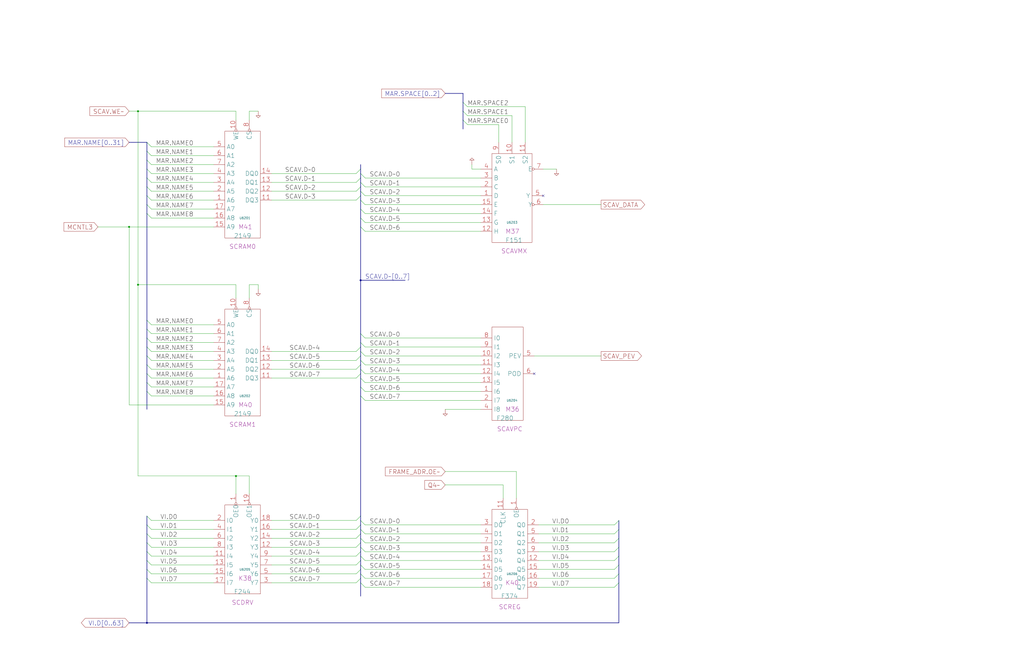
<source format=kicad_sch>
(kicad_sch (version 20211123) (generator eeschema)
  (paper "User" 584.2 378.46)
  (title_block (title "SCAVENGER") (date "20-MAR-90") (rev "1.0") (comment 1 "FIU") (comment 2 "232-003065") (comment 3 "S400") (comment 4 "RELEASED"))
  (lib_symbols
    (symbol "r1000:2149" (pin_names (offset 1.016))
      (property "Reference" "U" (at 2.54 5.08 0))
      (property "Value" "2149" (at -3.81 -5.08 0))
      (property "Location" "___" (at -1.27 0 0))
      (property "Name" "______" (at 1.27 -12.7 0))
      (symbol "2149_1_1"
        (rectangle (start -8.89 54.61) (end 11.43 -6.35))
        (circle (center -2.54 55.245) (radius 0.635))
        (circle (center 5.08 55.245) (radius 0.635))
        (pin input line (at -15.24 15.24 0) (length 6.35) (name "A6") (number "1"))
        (pin input line (at -2.54 60.96 270) (length 5.08) (name "WE") (number "10"))
        (pin tri_state line (at 17.78 15.24 180) (length 6.35) (name "DQ3") (number "11"))
        (pin tri_state line (at 17.78 20.32 180) (length 6.35) (name "DQ2") (number "12"))
        (pin tri_state line (at 17.78 25.4 180) (length 6.35) (name "DQ1") (number "13"))
        (pin tri_state line (at 17.78 30.48 180) (length 6.35) (name "DQ0") (number "14"))
        (pin input line (at -15.24 0 0) (length 6.35) (name "A9") (number "15"))
        (pin input line (at -15.24 5.08 0) (length 6.35) (name "A8") (number "16"))
        (pin input line (at -15.24 10.16 0) (length 6.35) (name "A7") (number "17"))
        (pin input line (at -15.24 20.32 0) (length 6.35) (name "A5") (number "2"))
        (pin input line (at -15.24 25.4 0) (length 6.35) (name "A4") (number "3"))
        (pin input line (at -15.24 30.48 0) (length 6.35) (name "A3") (number "4"))
        (pin input line (at -15.24 45.72 0) (length 6.35) (name "A0") (number "5"))
        (pin input line (at -15.24 40.64 0) (length 6.35) (name "A1") (number "6"))
        (pin input line (at -15.24 35.56 0) (length 6.35) (name "A2") (number "7"))
        (pin input line (at 5.08 60.96 270) (length 5.08) (name "CS") (number "8"))
      )
    )
    (symbol "r1000:F151" (pin_names (offset 1.016))
      (property "Reference" "U" (at 2.54 5.08 0))
      (property "Value" "F151" (at -1.27 -5.08 0))
      (property "Location" "___" (at -1.27 0 0))
      (property "Name" "______" (at 3.81 -12.7 0))
      (symbol "F151_1_1"
        (rectangle (start -8.89 44.45) (end 13.97 -6.35))
        (circle (center 14.605 15.24) (radius 0.635))
        (circle (center 14.605 35.56) (radius 0.635))
        (pin input line (at -15.24 20.32 0) (length 6.35) (name "D") (number "1"))
        (pin input line (at 2.54 50.8 270) (length 6.35) (name "S1") (number "10"))
        (pin input line (at 10.16 50.8 270) (length 6.35) (name "S2") (number "11"))
        (pin input line (at -15.24 0 0) (length 6.35) (name "H") (number "12"))
        (pin input line (at -15.24 5.08 0) (length 6.35) (name "G") (number "13"))
        (pin input line (at -15.24 10.16 0) (length 6.35) (name "F") (number "14"))
        (pin input line (at -15.24 15.24 0) (length 6.35) (name "E") (number "15"))
        (pin input line (at -15.24 25.4 0) (length 6.35) (name "C") (number "2"))
        (pin input line (at -15.24 30.48 0) (length 6.35) (name "B") (number "3"))
        (pin input line (at -15.24 35.56 0) (length 6.35) (name "A") (number "4"))
        (pin output line (at 20.32 20.32 180) (length 6.35) (name "Y") (number "5"))
        (pin output line (at 20.32 15.24 180) (length 5.08) (name "Y") (number "6"))
        (pin input line (at 20.32 35.56 180) (length 5.08) (name "E") (number "7"))
        (pin input line (at -5.08 50.8 270) (length 6.35) (name "S0") (number "9"))
      )
    )
    (symbol "r1000:F244" (pin_names (offset 1.016))
      (property "Reference" "U" (at 2.54 5.08 0))
      (property "Value" "F244" (at -3.81 -7.62 0))
      (property "Location" "___" (at -1.27 0 0))
      (property "Name" "______" (at 1.27 -15.24 0))
      (symbol "F244_1_1"
        (rectangle (start -8.89 41.91) (end 11.43 -8.89))
        (circle (center -2.54 42.545) (radius 0.635))
        (circle (center 5.08 42.545) (radius 0.635))
        (pin input line (at -2.54 48.26 270) (length 5.08) (name "OE0") (number "1"))
        (pin input line (at -15.24 12.7 0) (length 6.35) (name "I4") (number "11"))
        (pin tri_state line (at 17.78 17.78 180) (length 6.35) (name "Y3") (number "12"))
        (pin input line (at -15.24 7.62 0) (length 6.35) (name "I5") (number "13"))
        (pin tri_state line (at 17.78 22.86 180) (length 6.35) (name "Y2") (number "14"))
        (pin input line (at -15.24 2.54 0) (length 6.35) (name "I6") (number "15"))
        (pin tri_state line (at 17.78 27.94 180) (length 6.35) (name "Y1") (number "16"))
        (pin input line (at -15.24 -2.54 0) (length 6.35) (name "I7") (number "17"))
        (pin tri_state line (at 17.78 33.02 180) (length 6.35) (name "Y0") (number "18"))
        (pin input line (at 5.08 48.26 270) (length 5.08) (name "OE1") (number "19"))
        (pin input line (at -15.24 33.02 0) (length 6.35) (name "I0") (number "2"))
        (pin tri_state line (at 17.78 -2.54 180) (length 6.35) (name "Y7") (number "3"))
        (pin input line (at -15.24 27.94 0) (length 6.35) (name "I1") (number "4"))
        (pin tri_state line (at 17.78 2.54 180) (length 6.35) (name "Y6") (number "5"))
        (pin input line (at -15.24 22.86 0) (length 6.35) (name "I2") (number "6"))
        (pin tri_state line (at 17.78 7.62 180) (length 6.35) (name "Y5") (number "7"))
        (pin input line (at -15.24 17.78 0) (length 6.35) (name "I3") (number "8"))
        (pin tri_state line (at 17.78 12.7 180) (length 6.35) (name "Y4") (number "9"))
      )
    )
    (symbol "r1000:F280" (pin_names (offset 1.016))
      (property "Reference" "U" (at 2.54 5.08 0))
      (property "Value" "F280" (at -6.35 -5.08 0))
      (property "Location" "___" (at -1.27 0 0))
      (property "Name" "______" (at 1.27 -12.7 0))
      (symbol "F280_1_1"
        (rectangle (start -8.89 46.99) (end 8.89 -6.35))
        (pin input line (at -15.24 10.16 0) (length 6.35) (name "I6") (number "1"))
        (pin input line (at -15.24 30.48 0) (length 6.35) (name "I2") (number "10"))
        (pin input line (at -15.24 25.4 0) (length 6.35) (name "I3") (number "11"))
        (pin input line (at -15.24 20.32 0) (length 6.35) (name "I4") (number "12"))
        (pin input line (at -15.24 15.24 0) (length 6.35) (name "I5") (number "13"))
        (pin input line (at -15.24 5.08 0) (length 6.35) (name "I7") (number "2"))
        (pin input line (at -15.24 0 0) (length 6.35) (name "I8") (number "4"))
        (pin output line (at 15.24 30.48 180) (length 6.35) (name "PEV") (number "5"))
        (pin output line (at 15.24 20.32 180) (length 6.35) (name "POD") (number "6"))
        (pin input line (at -15.24 40.64 0) (length 6.35) (name "I0") (number "8"))
        (pin input line (at -15.24 35.56 0) (length 6.35) (name "I1") (number "9"))
      )
    )
    (symbol "r1000:F374" (pin_names (offset 1.016))
      (property "Reference" "U" (at 2.54 5.08 0))
      (property "Value" "F374" (at -3.81 -7.62 0))
      (property "Location" "___" (at -1.27 0 0))
      (property "Name" "______" (at 1.27 -15.24 0))
      (symbol "F374_1_1"
        (rectangle (start -8.89 41.91) (end 11.43 -8.89))
        (circle (center 5.08 42.545) (radius 0.635))
        (pin input line (at 5.08 48.26 270) (length 5.08) (name "OE") (number "1"))
        (pin input line (at -2.54 48.26 270) (length 6.35) (name "CLK") (number "11"))
        (pin tri_state line (at 17.78 12.7 180) (length 6.35) (name "Q4") (number "12"))
        (pin input line (at -15.24 12.7 0) (length 6.35) (name "D4") (number "13"))
        (pin input line (at -15.24 7.62 0) (length 6.35) (name "D5") (number "14"))
        (pin tri_state line (at 17.78 7.62 180) (length 6.35) (name "Q5") (number "15"))
        (pin tri_state line (at 17.78 2.54 180) (length 6.35) (name "Q6") (number "16"))
        (pin input line (at -15.24 2.54 0) (length 6.35) (name "D6") (number "17"))
        (pin input line (at -15.24 -2.54 0) (length 6.35) (name "D7") (number "18"))
        (pin tri_state line (at 17.78 -2.54 180) (length 6.35) (name "Q7") (number "19"))
        (pin tri_state line (at 17.78 33.02 180) (length 6.35) (name "Q0") (number "2"))
        (pin input line (at -15.24 33.02 0) (length 6.35) (name "D0") (number "3"))
        (pin input line (at -15.24 27.94 0) (length 6.35) (name "D1") (number "4"))
        (pin tri_state line (at 17.78 27.94 180) (length 6.35) (name "Q1") (number "5"))
        (pin tri_state line (at 17.78 22.86 180) (length 6.35) (name "Q2") (number "6"))
        (pin input line (at -15.24 22.86 0) (length 6.35) (name "D2") (number "7"))
        (pin input line (at -15.24 17.78 0) (length 6.35) (name "D3") (number "8"))
        (pin tri_state line (at 17.78 17.78 180) (length 6.35) (name "Q3") (number "9"))
      )
    )
    (symbol "r1000:PD" (power) (pin_numbers hide) (pin_names hide) (in_bom no)
      (symbol "PD_0_1"
        (polyline (pts (xy 0 -2.54) (xy 1.27 -2.54) (xy 0 -3.81) (xy -1.27 -2.54) (xy 0 -2.54)) (stroke (width 0.1524)))
      )
      (symbol "PD_1_1"
        (pin power_in line (at 0 0 270) (length 2.54) (name "PD") (number "1"))
      )
    )
    (symbol "r1000:PU" (power) (pin_numbers hide) (pin_names hide)
      (symbol "PU_0_1"
        (polyline (pts (xy 0 2.54) (xy -1.27 2.54) (xy 0 3.81) (xy 1.27 2.54) (xy 0 2.54)) (stroke (width 0.1524)))
      )
      (symbol "PU_1_1"
        (pin power_in line (at 0 0 90) (length 2.54) (name "PU") (number "1"))
      )
    )
  )
  (bus (pts (xy 205.74 101.6) (xy 205.74 104.14)))
  (bus (pts (xy 205.74 104.14) (xy 205.74 106.68)))
  (bus (pts (xy 205.74 106.68) (xy 205.74 109.22)))
  (bus (pts (xy 205.74 109.22) (xy 205.74 111.76)))
  (bus (pts (xy 205.74 111.76) (xy 205.74 114.3)))
  (bus (pts (xy 205.74 114.3) (xy 205.74 119.38)))
  (bus (pts (xy 205.74 119.38) (xy 205.74 124.46)))
  (bus (pts (xy 205.74 124.46) (xy 205.74 129.54)))
  (bus (pts (xy 205.74 129.54) (xy 205.74 160.02)))
  (bus (pts (xy 205.74 160.02) (xy 205.74 190.5)))
  (bus (pts (xy 205.74 160.02) (xy 231.14 160.02)))
  (bus (pts (xy 205.74 190.5) (xy 205.74 195.58)))
  (bus (pts (xy 205.74 195.58) (xy 205.74 198.12)))
  (bus (pts (xy 205.74 198.12) (xy 205.74 200.66)))
  (bus (pts (xy 205.74 200.66) (xy 205.74 203.2)))
  (bus (pts (xy 205.74 203.2) (xy 205.74 205.74)))
  (bus (pts (xy 205.74 205.74) (xy 205.74 208.28)))
  (bus (pts (xy 205.74 208.28) (xy 205.74 210.82)))
  (bus (pts (xy 205.74 210.82) (xy 205.74 213.36)))
  (bus (pts (xy 205.74 213.36) (xy 205.74 215.9)))
  (bus (pts (xy 205.74 215.9) (xy 205.74 220.98)))
  (bus (pts (xy 205.74 220.98) (xy 205.74 226.06)))
  (bus (pts (xy 205.74 226.06) (xy 205.74 294.64)))
  (bus (pts (xy 205.74 294.64) (xy 205.74 297.18)))
  (bus (pts (xy 205.74 297.18) (xy 205.74 299.72)))
  (bus (pts (xy 205.74 299.72) (xy 205.74 302.26)))
  (bus (pts (xy 205.74 302.26) (xy 205.74 304.8)))
  (bus (pts (xy 205.74 304.8) (xy 205.74 307.34)))
  (bus (pts (xy 205.74 307.34) (xy 205.74 309.88)))
  (bus (pts (xy 205.74 309.88) (xy 205.74 312.42)))
  (bus (pts (xy 205.74 312.42) (xy 205.74 314.96)))
  (bus (pts (xy 205.74 314.96) (xy 205.74 317.5)))
  (bus (pts (xy 205.74 317.5) (xy 205.74 320.04)))
  (bus (pts (xy 205.74 320.04) (xy 205.74 322.58)))
  (bus (pts (xy 205.74 322.58) (xy 205.74 325.12)))
  (bus (pts (xy 205.74 325.12) (xy 205.74 327.66)))
  (bus (pts (xy 205.74 327.66) (xy 205.74 330.2)))
  (bus (pts (xy 205.74 330.2) (xy 205.74 332.74)))
  (bus (pts (xy 205.74 332.74) (xy 205.74 340.36)))
  (bus (pts (xy 205.74 93.98) (xy 205.74 96.52)))
  (bus (pts (xy 205.74 96.52) (xy 205.74 99.06)))
  (bus (pts (xy 205.74 99.06) (xy 205.74 101.6)))
  (bus (pts (xy 254 53.34) (xy 264.16 53.34)))
  (bus (pts (xy 264.16 53.34) (xy 264.16 58.42)))
  (bus (pts (xy 264.16 58.42) (xy 264.16 63.5)))
  (bus (pts (xy 264.16 63.5) (xy 264.16 68.58)))
  (bus (pts (xy 264.16 68.58) (xy 264.16 73.66)))
  (bus (pts (xy 353.06 297.18) (xy 353.06 302.26)))
  (bus (pts (xy 353.06 302.26) (xy 353.06 307.34)))
  (bus (pts (xy 353.06 307.34) (xy 353.06 312.42)))
  (bus (pts (xy 353.06 312.42) (xy 353.06 317.5)))
  (bus (pts (xy 353.06 317.5) (xy 353.06 322.58)))
  (bus (pts (xy 353.06 322.58) (xy 353.06 327.66)))
  (bus (pts (xy 353.06 327.66) (xy 353.06 332.74)))
  (bus (pts (xy 353.06 332.74) (xy 353.06 355.6)))
  (bus (pts (xy 73.66 355.6) (xy 83.82 355.6)))
  (bus (pts (xy 73.66 81.28) (xy 83.82 81.28)))
  (bus (pts (xy 83.82 101.6) (xy 83.82 106.68)))
  (bus (pts (xy 83.82 106.68) (xy 83.82 111.76)))
  (bus (pts (xy 83.82 111.76) (xy 83.82 116.84)))
  (bus (pts (xy 83.82 116.84) (xy 83.82 121.92)))
  (bus (pts (xy 83.82 121.92) (xy 83.82 182.88)))
  (bus (pts (xy 83.82 182.88) (xy 83.82 187.96)))
  (bus (pts (xy 83.82 187.96) (xy 83.82 193.04)))
  (bus (pts (xy 83.82 193.04) (xy 83.82 198.12)))
  (bus (pts (xy 83.82 198.12) (xy 83.82 203.2)))
  (bus (pts (xy 83.82 203.2) (xy 83.82 208.28)))
  (bus (pts (xy 83.82 208.28) (xy 83.82 213.36)))
  (bus (pts (xy 83.82 213.36) (xy 83.82 218.44)))
  (bus (pts (xy 83.82 218.44) (xy 83.82 223.52)))
  (bus (pts (xy 83.82 223.52) (xy 83.82 233.68)))
  (bus (pts (xy 83.82 294.64) (xy 83.82 299.72)))
  (bus (pts (xy 83.82 299.72) (xy 83.82 304.8)))
  (bus (pts (xy 83.82 304.8) (xy 83.82 309.88)))
  (bus (pts (xy 83.82 309.88) (xy 83.82 314.96)))
  (bus (pts (xy 83.82 314.96) (xy 83.82 320.04)))
  (bus (pts (xy 83.82 320.04) (xy 83.82 325.12)))
  (bus (pts (xy 83.82 325.12) (xy 83.82 330.2)))
  (bus (pts (xy 83.82 330.2) (xy 83.82 355.6)))
  (bus (pts (xy 83.82 355.6) (xy 353.06 355.6)))
  (bus (pts (xy 83.82 81.28) (xy 83.82 86.36)))
  (bus (pts (xy 83.82 86.36) (xy 83.82 91.44)))
  (bus (pts (xy 83.82 91.44) (xy 83.82 96.52)))
  (bus (pts (xy 83.82 96.52) (xy 83.82 101.6)))
  (wire (pts (xy 134.62 170.18) (xy 134.62 162.56)))
  (wire (pts (xy 134.62 271.78) (xy 134.62 281.94)))
  (wire (pts (xy 134.62 271.78) (xy 78.74 271.78)))
  (wire (pts (xy 134.62 68.58) (xy 134.62 63.5)))
  (wire (pts (xy 142.24 162.56) (xy 147.32 162.56)))
  (wire (pts (xy 142.24 170.18) (xy 142.24 162.56)))
  (wire (pts (xy 142.24 271.78) (xy 134.62 271.78)))
  (wire (pts (xy 142.24 281.94) (xy 142.24 271.78)))
  (wire (pts (xy 142.24 63.5) (xy 147.32 63.5)))
  (wire (pts (xy 142.24 68.58) (xy 142.24 63.5)))
  (wire (pts (xy 147.32 162.56) (xy 147.32 165.1)))
  (wire (pts (xy 154.94 104.14) (xy 203.2 104.14)))
  (wire (pts (xy 154.94 109.22) (xy 203.2 109.22)))
  (wire (pts (xy 154.94 114.3) (xy 203.2 114.3)))
  (wire (pts (xy 154.94 200.66) (xy 203.2 200.66)))
  (wire (pts (xy 154.94 205.74) (xy 203.2 205.74)))
  (wire (pts (xy 154.94 210.82) (xy 203.2 210.82)))
  (wire (pts (xy 154.94 215.9) (xy 203.2 215.9)))
  (wire (pts (xy 154.94 297.18) (xy 203.2 297.18)))
  (wire (pts (xy 154.94 302.26) (xy 203.2 302.26)))
  (wire (pts (xy 154.94 307.34) (xy 203.2 307.34)))
  (wire (pts (xy 154.94 312.42) (xy 203.2 312.42)))
  (wire (pts (xy 154.94 317.5) (xy 203.2 317.5)))
  (wire (pts (xy 154.94 322.58) (xy 203.2 322.58)))
  (wire (pts (xy 154.94 327.66) (xy 203.2 327.66)))
  (wire (pts (xy 154.94 332.74) (xy 203.2 332.74)))
  (wire (pts (xy 154.94 99.06) (xy 203.2 99.06)))
  (wire (pts (xy 208.28 101.6) (xy 274.32 101.6)))
  (wire (pts (xy 208.28 106.68) (xy 274.32 106.68)))
  (wire (pts (xy 208.28 111.76) (xy 274.32 111.76)))
  (wire (pts (xy 208.28 116.84) (xy 274.32 116.84)))
  (wire (pts (xy 208.28 121.92) (xy 274.32 121.92)))
  (wire (pts (xy 208.28 127) (xy 274.32 127)))
  (wire (pts (xy 208.28 132.08) (xy 274.32 132.08)))
  (wire (pts (xy 208.28 193.04) (xy 274.32 193.04)))
  (wire (pts (xy 208.28 198.12) (xy 274.32 198.12)))
  (wire (pts (xy 208.28 203.2) (xy 274.32 203.2)))
  (wire (pts (xy 208.28 208.28) (xy 274.32 208.28)))
  (wire (pts (xy 208.28 213.36) (xy 274.32 213.36)))
  (wire (pts (xy 208.28 218.44) (xy 274.32 218.44)))
  (wire (pts (xy 208.28 223.52) (xy 274.32 223.52)))
  (wire (pts (xy 208.28 228.6) (xy 274.32 228.6)))
  (wire (pts (xy 208.28 299.72) (xy 274.32 299.72)))
  (wire (pts (xy 208.28 304.8) (xy 274.32 304.8)))
  (wire (pts (xy 208.28 309.88) (xy 274.32 309.88)))
  (wire (pts (xy 208.28 314.96) (xy 274.32 314.96)))
  (wire (pts (xy 208.28 320.04) (xy 274.32 320.04)))
  (wire (pts (xy 208.28 325.12) (xy 274.32 325.12)))
  (wire (pts (xy 208.28 330.2) (xy 274.32 330.2)))
  (wire (pts (xy 208.28 335.28) (xy 274.32 335.28)))
  (wire (pts (xy 254 233.68) (xy 274.32 233.68)))
  (wire (pts (xy 269.24 96.52) (xy 269.24 93.98)))
  (wire (pts (xy 274.32 96.52) (xy 269.24 96.52)))
  (wire (pts (xy 284.48 71.12) (xy 266.7 71.12)))
  (wire (pts (xy 284.48 81.28) (xy 284.48 71.12)))
  (wire (pts (xy 287.02 276.86) (xy 254 276.86)))
  (wire (pts (xy 287.02 284.48) (xy 287.02 276.86)))
  (wire (pts (xy 292.1 66.04) (xy 266.7 66.04)))
  (wire (pts (xy 292.1 81.28) (xy 292.1 66.04)))
  (wire (pts (xy 294.64 269.24) (xy 254 269.24)))
  (wire (pts (xy 294.64 284.48) (xy 294.64 269.24)))
  (wire (pts (xy 299.72 60.96) (xy 266.7 60.96)))
  (wire (pts (xy 299.72 81.28) (xy 299.72 60.96)))
  (wire (pts (xy 304.8 203.2) (xy 342.9 203.2)))
  (wire (pts (xy 307.34 299.72) (xy 350.52 299.72)))
  (wire (pts (xy 307.34 304.8) (xy 350.52 304.8)))
  (wire (pts (xy 307.34 309.88) (xy 350.52 309.88)))
  (wire (pts (xy 307.34 314.96) (xy 350.52 314.96)))
  (wire (pts (xy 307.34 320.04) (xy 350.52 320.04)))
  (wire (pts (xy 307.34 325.12) (xy 350.52 325.12)))
  (wire (pts (xy 307.34 330.2) (xy 350.52 330.2)))
  (wire (pts (xy 307.34 335.28) (xy 350.52 335.28)))
  (wire (pts (xy 309.88 116.84) (xy 342.9 116.84)))
  (wire (pts (xy 309.88 96.52) (xy 317.5 96.52)))
  (wire (pts (xy 55.88 129.54) (xy 73.66 129.54)))
  (wire (pts (xy 73.66 129.54) (xy 121.92 129.54)))
  (wire (pts (xy 73.66 129.54) (xy 73.66 231.14)))
  (wire (pts (xy 73.66 231.14) (xy 121.92 231.14)))
  (wire (pts (xy 73.66 63.5) (xy 78.74 63.5)))
  (wire (pts (xy 78.74 162.56) (xy 134.62 162.56)))
  (wire (pts (xy 78.74 271.78) (xy 78.74 162.56)))
  (wire (pts (xy 78.74 63.5) (xy 134.62 63.5)))
  (wire (pts (xy 78.74 63.5) (xy 78.74 162.56)))
  (wire (pts (xy 86.36 104.14) (xy 121.92 104.14)))
  (wire (pts (xy 86.36 109.22) (xy 121.92 109.22)))
  (wire (pts (xy 86.36 114.3) (xy 121.92 114.3)))
  (wire (pts (xy 86.36 119.38) (xy 121.92 119.38)))
  (wire (pts (xy 86.36 124.46) (xy 121.92 124.46)))
  (wire (pts (xy 86.36 185.42) (xy 121.92 185.42)))
  (wire (pts (xy 86.36 190.5) (xy 121.92 190.5)))
  (wire (pts (xy 86.36 195.58) (xy 121.92 195.58)))
  (wire (pts (xy 86.36 200.66) (xy 121.92 200.66)))
  (wire (pts (xy 86.36 205.74) (xy 121.92 205.74)))
  (wire (pts (xy 86.36 210.82) (xy 121.92 210.82)))
  (wire (pts (xy 86.36 215.9) (xy 121.92 215.9)))
  (wire (pts (xy 86.36 220.98) (xy 121.92 220.98)))
  (wire (pts (xy 86.36 226.06) (xy 121.92 226.06)))
  (wire (pts (xy 86.36 297.18) (xy 121.92 297.18)))
  (wire (pts (xy 86.36 302.26) (xy 121.92 302.26)))
  (wire (pts (xy 86.36 307.34) (xy 121.92 307.34)))
  (wire (pts (xy 86.36 312.42) (xy 121.92 312.42)))
  (wire (pts (xy 86.36 317.5) (xy 121.92 317.5)))
  (wire (pts (xy 86.36 322.58) (xy 121.92 322.58)))
  (wire (pts (xy 86.36 327.66) (xy 121.92 327.66)))
  (wire (pts (xy 86.36 332.74) (xy 121.92 332.74)))
  (wire (pts (xy 86.36 83.82) (xy 121.92 83.82)))
  (wire (pts (xy 86.36 88.9) (xy 121.92 88.9)))
  (wire (pts (xy 86.36 93.98) (xy 121.92 93.98)))
  (wire (pts (xy 86.36 99.06) (xy 121.92 99.06)))
  (global_label "MCNTL3" (shape input) (at 55.88 129.54 180) (effects (font (size 2.54 2.54))) (property "Intersheet References" "${INTERSHEET_REFS}" (at 36.5397 129.3813 0) (effects (font (size 2.54 2.54)) (justify right))))
  (global_label "SCAV.WE~" (shape input) (at 73.66 63.5 180) (effects (font (size 2.54 2.54))) (property "Intersheet References" "${INTERSHEET_REFS}" (at 51.2959 63.3413 0) (effects (font (size 2.54 2.54)) (justify right))))
  (global_label "MAR.NAME[0..31]" (shape input) (at 73.66 81.28 180) (effects (font (size 2.54 2.54))) (property "Intersheet References" "${INTERSHEET_REFS}" (at 36.9026 81.1213 0) (effects (font (size 2.54 2.54)) (justify right))))
  (junction (at 73.66 129.54))
  (global_label "VI.D[0..63]" (shape bidirectional) (at 73.66 355.6 180) (effects (font (size 2.54 2.54))) (property "Intersheet References" "${INTERSHEET_REFS}" (at 48.635 355.4413 0) (effects (font (size 2.54 2.54)) (justify right))))
  (junction (at 78.74 63.5))
  (junction (at 78.74 162.56))
  (bus_entry (at 83.82 81.28) (size 2.54 2.54))
  (bus_entry (at 83.82 86.36) (size 2.54 2.54))
  (bus_entry (at 83.82 91.44) (size 2.54 2.54))
  (bus_entry (at 83.82 96.52) (size 2.54 2.54))
  (bus_entry (at 83.82 101.6) (size 2.54 2.54))
  (bus_entry (at 83.82 106.68) (size 2.54 2.54))
  (bus_entry (at 83.82 111.76) (size 2.54 2.54))
  (bus_entry (at 83.82 116.84) (size 2.54 2.54))
  (bus_entry (at 83.82 121.92) (size 2.54 2.54))
  (bus_entry (at 83.82 182.88) (size 2.54 2.54))
  (bus_entry (at 83.82 187.96) (size 2.54 2.54))
  (bus_entry (at 83.82 193.04) (size 2.54 2.54))
  (bus_entry (at 83.82 198.12) (size 2.54 2.54))
  (bus_entry (at 83.82 203.2) (size 2.54 2.54))
  (bus_entry (at 83.82 208.28) (size 2.54 2.54))
  (bus_entry (at 83.82 213.36) (size 2.54 2.54))
  (bus_entry (at 83.82 218.44) (size 2.54 2.54))
  (bus_entry (at 83.82 223.52) (size 2.54 2.54))
  (bus_entry (at 83.82 294.64) (size 2.54 2.54))
  (bus_entry (at 83.82 299.72) (size 2.54 2.54))
  (bus_entry (at 83.82 304.8) (size 2.54 2.54))
  (bus_entry (at 83.82 309.88) (size 2.54 2.54))
  (bus_entry (at 83.82 314.96) (size 2.54 2.54))
  (bus_entry (at 83.82 320.04) (size 2.54 2.54))
  (bus_entry (at 83.82 325.12) (size 2.54 2.54))
  (bus_entry (at 83.82 330.2) (size 2.54 2.54))
  (junction (at 83.82 355.6))
  (label "MAR.NAME0" (at 88.9 83.82 0) (effects (font (size 2.54 2.54))))
  (label "MAR.NAME1" (at 88.9 88.9 0) (effects (font (size 2.54 2.54))))
  (label "MAR.NAME2" (at 88.9 93.98 0) (effects (font (size 2.54 2.54))))
  (label "MAR.NAME3" (at 88.9 99.06 0) (effects (font (size 2.54 2.54))))
  (label "MAR.NAME4" (at 88.9 104.14 0) (effects (font (size 2.54 2.54))))
  (label "MAR.NAME5" (at 88.9 109.22 0) (effects (font (size 2.54 2.54))))
  (label "MAR.NAME6" (at 88.9 114.3 0) (effects (font (size 2.54 2.54))))
  (label "MAR.NAME7" (at 88.9 119.38 0) (effects (font (size 2.54 2.54))))
  (label "MAR.NAME8" (at 88.9 124.46 0) (effects (font (size 2.54 2.54))))
  (label "MAR.NAME0" (at 88.9 185.42 0) (effects (font (size 2.54 2.54))))
  (label "MAR.NAME1" (at 88.9 190.5 0) (effects (font (size 2.54 2.54))))
  (label "MAR.NAME2" (at 88.9 195.58 0) (effects (font (size 2.54 2.54))))
  (label "MAR.NAME3" (at 88.9 200.66 0) (effects (font (size 2.54 2.54))))
  (label "MAR.NAME4" (at 88.9 205.74 0) (effects (font (size 2.54 2.54))))
  (label "MAR.NAME5" (at 88.9 210.82 0) (effects (font (size 2.54 2.54))))
  (label "MAR.NAME6" (at 88.9 215.9 0) (effects (font (size 2.54 2.54))))
  (label "MAR.NAME7" (at 88.9 220.98 0) (effects (font (size 2.54 2.54))))
  (label "MAR.NAME8" (at 88.9 226.06 0) (effects (font (size 2.54 2.54))))
  (label "VI.D0" (at 91.44 297.18 0) (effects (font (size 2.54 2.54))))
  (label "VI.D1" (at 91.44 302.26 0) (effects (font (size 2.54 2.54))))
  (label "VI.D2" (at 91.44 307.34 0) (effects (font (size 2.54 2.54))))
  (label "VI.D3" (at 91.44 312.42 0) (effects (font (size 2.54 2.54))))
  (label "VI.D4" (at 91.44 317.5 0) (effects (font (size 2.54 2.54))))
  (label "VI.D5" (at 91.44 322.58 0) (effects (font (size 2.54 2.54))))
  (label "VI.D6" (at 91.44 327.66 0) (effects (font (size 2.54 2.54))))
  (label "VI.D7" (at 91.44 332.74 0) (effects (font (size 2.54 2.54))))
  (junction (at 134.62 271.78))
  (symbol (lib_id "r1000:2149") (at 137.16 129.54 0) (unit 1)
    (property "Reference" "U6201" (at 139.7 124.46 0))
    (property "Value" "2149" (at 133.35 134.62 0) (effects (font (size 2.54 2.54)) (justify left)))
    (property "Location" "M41" (at 135.89 129.54 0) (effects (font (size 2.54 2.54)) (justify left)))
    (property "Name" "SCRAM0" (at 138.43 142.24 0) (effects (font (size 2.54 2.54)) (justify bottom)))
  )
  (symbol (lib_id "r1000:2149") (at 137.16 231.14 0) (unit 1)
    (property "Reference" "U6202" (at 139.7 226.06 0))
    (property "Value" "2149" (at 133.35 236.22 0) (effects (font (size 2.54 2.54)) (justify left)))
    (property "Location" "M40" (at 135.89 231.14 0) (effects (font (size 2.54 2.54)) (justify left)))
    (property "Name" "SCRAM1" (at 138.43 243.84 0) (effects (font (size 2.54 2.54)) (justify bottom)))
  )
  (symbol (lib_id "r1000:F244") (at 137.16 330.2 0) (unit 1)
    (property "Reference" "U6205" (at 139.7 325.12 0))
    (property "Value" "F244" (at 133.35 337.82 0) (effects (font (size 2.54 2.54)) (justify left)))
    (property "Location" "K38" (at 135.89 330.2 0) (effects (font (size 2.54 2.54)) (justify left)))
    (property "Name" "SCDRV" (at 138.43 345.44 0) (effects (font (size 2.54 2.54)) (justify bottom)))
  )
  (symbol (lib_id "r1000:PD") (at 147.32 63.5 0) (unit 1) (in_bom no)
    (property "Reference" "#PWR06201" (effects hide))
    (property "Value" "PD" (effects hide))
  )
  (symbol (lib_id "r1000:PD") (at 147.32 165.1 0) (unit 1) (in_bom no)
    (property "Reference" "#PWR06202" (effects hide))
    (property "Value" "PD" (effects hide))
  )
  (label "SCAV.D~0" (at 162.56 99.06 0) (effects (font (size 2.54 2.54))))
  (label "SCAV.D~1" (at 162.56 104.14 0) (effects (font (size 2.54 2.54))))
  (label "SCAV.D~2" (at 162.56 109.22 0) (effects (font (size 2.54 2.54))))
  (label "SCAV.D~3" (at 162.56 114.3 0) (effects (font (size 2.54 2.54))))
  (label "SCAV.D~4" (at 165.1 200.66 0) (effects (font (size 2.54 2.54))))
  (label "SCAV.D~5" (at 165.1 205.74 0) (effects (font (size 2.54 2.54))))
  (label "SCAV.D~6" (at 165.1 210.82 0) (effects (font (size 2.54 2.54))))
  (label "SCAV.D~7" (at 165.1 215.9 0) (effects (font (size 2.54 2.54))))
  (label "SCAV.D~0" (at 165.1 297.18 0) (effects (font (size 2.54 2.54))))
  (label "SCAV.D~1" (at 165.1 302.26 0) (effects (font (size 2.54 2.54))))
  (label "SCAV.D~2" (at 165.1 307.34 0) (effects (font (size 2.54 2.54))))
  (label "SCAV.D~3" (at 165.1 312.42 0) (effects (font (size 2.54 2.54))))
  (label "SCAV.D~4" (at 165.1 317.5 0) (effects (font (size 2.54 2.54))))
  (label "SCAV.D~5" (at 165.1 322.58 0) (effects (font (size 2.54 2.54))))
  (label "SCAV.D~6" (at 165.1 327.66 0) (effects (font (size 2.54 2.54))))
  (label "SCAV.D~7" (at 165.1 332.74 0) (effects (font (size 2.54 2.54))))
  (bus_entry (at 205.74 96.52) (size -2.54 2.54))
  (bus_entry (at 205.74 99.06) (size 2.54 2.54))
  (bus_entry (at 205.74 101.6) (size -2.54 2.54))
  (bus_entry (at 205.74 104.14) (size 2.54 2.54))
  (bus_entry (at 205.74 106.68) (size -2.54 2.54))
  (bus_entry (at 205.74 109.22) (size 2.54 2.54))
  (bus_entry (at 205.74 111.76) (size -2.54 2.54))
  (bus_entry (at 205.74 114.3) (size 2.54 2.54))
  (bus_entry (at 205.74 119.38) (size 2.54 2.54))
  (bus_entry (at 205.74 124.46) (size 2.54 2.54))
  (bus_entry (at 205.74 129.54) (size 2.54 2.54))
  (junction (at 205.74 160.02))
  (bus_entry (at 205.74 190.5) (size 2.54 2.54))
  (bus_entry (at 205.74 195.58) (size 2.54 2.54))
  (bus_entry (at 205.74 198.12) (size -2.54 2.54))
  (bus_entry (at 205.74 200.66) (size 2.54 2.54))
  (bus_entry (at 205.74 203.2) (size -2.54 2.54))
  (bus_entry (at 205.74 205.74) (size 2.54 2.54))
  (bus_entry (at 205.74 208.28) (size -2.54 2.54))
  (bus_entry (at 205.74 210.82) (size 2.54 2.54))
  (bus_entry (at 205.74 213.36) (size -2.54 2.54))
  (bus_entry (at 205.74 215.9) (size 2.54 2.54))
  (bus_entry (at 205.74 220.98) (size 2.54 2.54))
  (bus_entry (at 205.74 226.06) (size 2.54 2.54))
  (bus_entry (at 205.74 294.64) (size -2.54 2.54))
  (bus_entry (at 205.74 297.18) (size 2.54 2.54))
  (bus_entry (at 205.74 299.72) (size -2.54 2.54))
  (bus_entry (at 205.74 302.26) (size 2.54 2.54))
  (bus_entry (at 205.74 304.8) (size -2.54 2.54))
  (bus_entry (at 205.74 307.34) (size 2.54 2.54))
  (bus_entry (at 205.74 309.88) (size -2.54 2.54))
  (bus_entry (at 205.74 312.42) (size 2.54 2.54))
  (bus_entry (at 205.74 314.96) (size -2.54 2.54))
  (bus_entry (at 205.74 317.5) (size 2.54 2.54))
  (bus_entry (at 205.74 320.04) (size -2.54 2.54))
  (bus_entry (at 205.74 322.58) (size 2.54 2.54))
  (bus_entry (at 205.74 325.12) (size -2.54 2.54))
  (bus_entry (at 205.74 327.66) (size 2.54 2.54))
  (bus_entry (at 205.74 330.2) (size -2.54 2.54))
  (bus_entry (at 205.74 332.74) (size 2.54 2.54))
  (label "SCAV.D~[0..7]" (at 208.28 160.02 0) (effects (font (size 2.54 2.54))))
  (label "SCAV.D~0" (at 210.82 101.6 0) (effects (font (size 2.54 2.54))))
  (label "SCAV.D~1" (at 210.82 106.68 0) (effects (font (size 2.54 2.54))))
  (label "SCAV.D~2" (at 210.82 111.76 0) (effects (font (size 2.54 2.54))))
  (label "SCAV.D~3" (at 210.82 116.84 0) (effects (font (size 2.54 2.54))))
  (label "SCAV.D~4" (at 210.82 121.92 0) (effects (font (size 2.54 2.54))))
  (label "SCAV.D~5" (at 210.82 127 0) (effects (font (size 2.54 2.54))))
  (label "SCAV.D~6" (at 210.82 132.08 0) (effects (font (size 2.54 2.54))))
  (label "SCAV.D~0" (at 210.82 193.04 0) (effects (font (size 2.54 2.54))))
  (label "SCAV.D~1" (at 210.82 198.12 0) (effects (font (size 2.54 2.54))))
  (label "SCAV.D~2" (at 210.82 203.2 0) (effects (font (size 2.54 2.54))))
  (label "SCAV.D~3" (at 210.82 208.28 0) (effects (font (size 2.54 2.54))))
  (label "SCAV.D~4" (at 210.82 213.36 0) (effects (font (size 2.54 2.54))))
  (label "SCAV.D~5" (at 210.82 218.44 0) (effects (font (size 2.54 2.54))))
  (label "SCAV.D~6" (at 210.82 223.52 0) (effects (font (size 2.54 2.54))))
  (label "SCAV.D~7" (at 210.82 228.6 0) (effects (font (size 2.54 2.54))))
  (label "SCAV.D~0" (at 210.82 299.72 0) (effects (font (size 2.54 2.54))))
  (label "SCAV.D~1" (at 210.82 304.8 0) (effects (font (size 2.54 2.54))))
  (label "SCAV.D~2" (at 210.82 309.88 0) (effects (font (size 2.54 2.54))))
  (label "SCAV.D~3" (at 210.82 314.96 0) (effects (font (size 2.54 2.54))))
  (label "SCAV.D~4" (at 210.82 320.04 0) (effects (font (size 2.54 2.54))))
  (label "SCAV.D~5" (at 210.82 325.12 0) (effects (font (size 2.54 2.54))))
  (label "SCAV.D~6" (at 210.82 330.2 0) (effects (font (size 2.54 2.54))))
  (label "SCAV.D~7" (at 210.82 335.28 0) (effects (font (size 2.54 2.54))))
  (global_label "MAR.SPACE[0..2]" (shape input) (at 254 53.34 180) (effects (font (size 2.54 2.54))) (property "Intersheet References" "${INTERSHEET_REFS}" (at 217.7264 53.1813 0) (effects (font (size 2.54 2.54)) (justify right))))
  (symbol (lib_id "r1000:PD") (at 254 233.68 0) (unit 1) (in_bom no)
    (property "Reference" "#PWR06203" (effects hide))
    (property "Value" "PD" (effects hide))
  )
  (global_label "FRAME_ADR.OE~" (shape input) (at 254 269.24 180) (effects (font (size 2.54 2.54))) (property "Intersheet References" "${INTERSHEET_REFS}" (at 219.9035 269.0813 0) (effects (font (size 2.54 2.54)) (justify right))))
  (global_label "Q4~" (shape input) (at 254 276.86 180) (effects (font (size 2.54 2.54))) (property "Intersheet References" "${INTERSHEET_REFS}" (at 242.2797 276.7013 0) (effects (font (size 2.54 2.54)) (justify right))))
  (bus_entry (at 264.16 58.42) (size 2.54 2.54))
  (bus_entry (at 264.16 63.5) (size 2.54 2.54))
  (bus_entry (at 264.16 68.58) (size 2.54 2.54))
  (label "MAR.SPACE2" (at 266.7 60.96 0) (effects (font (size 2.54 2.54))))
  (label "MAR.SPACE1" (at 266.7 66.04 0) (effects (font (size 2.54 2.54))))
  (label "MAR.SPACE0" (at 266.7 71.12 0) (effects (font (size 2.54 2.54))))
  (symbol (lib_id "r1000:PU") (at 269.24 93.98 0) (unit 1)
    (property "Reference" "#PWR06204" (effects hide))
    (property "Value" "PU" (effects hide))
  )
  (symbol (lib_id "r1000:F151") (at 289.56 132.08 0) (unit 1)
    (property "Reference" "U6203" (at 292.1 127 0))
    (property "Value" "F151" (at 288.29 137.16 0) (effects (font (size 2.54 2.54)) (justify left)))
    (property "Location" "M37" (at 288.29 132.08 0) (effects (font (size 2.54 2.54)) (justify left)))
    (property "Name" "SCAVMX" (at 293.37 144.78 0) (effects (font (size 2.54 2.54)) (justify bottom)))
  )
  (symbol (lib_id "r1000:F280") (at 289.56 233.68 0) (unit 1)
    (property "Reference" "U6204" (at 292.1 228.6 0))
    (property "Value" "F280" (at 283.21 238.76 0) (effects (font (size 2.54 2.54)) (justify left)))
    (property "Location" "M36" (at 288.29 233.68 0) (effects (font (size 2.54 2.54)) (justify left)))
    (property "Name" "SCAVPC" (at 290.83 246.38 0) (effects (font (size 2.54 2.54)) (justify bottom)))
  )
  (symbol (lib_id "r1000:F374") (at 289.56 332.74 0) (unit 1)
    (property "Reference" "U6206" (at 292.1 327.66 0))
    (property "Value" "F374" (at 285.75 340.36 0) (effects (font (size 2.54 2.54)) (justify left)))
    (property "Location" "K40" (at 288.29 332.74 0) (effects (font (size 2.54 2.54)) (justify left)))
    (property "Name" "SCREG" (at 290.83 347.98 0) (effects (font (size 2.54 2.54)) (justify bottom)))
  )
  (no_connect (at 304.8 213.36))
  (no_connect (at 309.88 111.76))
  (label "VI.D0" (at 314.96 299.72 0) (effects (font (size 2.54 2.54))))
  (label "VI.D1" (at 314.96 304.8 0) (effects (font (size 2.54 2.54))))
  (label "VI.D2" (at 314.96 309.88 0) (effects (font (size 2.54 2.54))))
  (label "VI.D3" (at 314.96 314.96 0) (effects (font (size 2.54 2.54))))
  (label "VI.D4" (at 314.96 320.04 0) (effects (font (size 2.54 2.54))))
  (label "VI.D5" (at 314.96 325.12 0) (effects (font (size 2.54 2.54))))
  (label "VI.D6" (at 314.96 330.2 0) (effects (font (size 2.54 2.54))))
  (label "VI.D7" (at 314.96 335.28 0) (effects (font (size 2.54 2.54))))
  (symbol (lib_id "r1000:PD") (at 317.5 96.52 0) (unit 1) (in_bom no)
    (property "Reference" "#PWR06205" (effects hide))
    (property "Value" "PD" (effects hide))
  )
  (global_label "SCAV_DATA" (shape output) (at 342.9 116.84 0) (effects (font (size 2.54 2.54))) (property "Intersheet References" "${INTERSHEET_REFS}" (at 367.8041 116.6813 0) (effects (font (size 2.54 2.54)) (justify left))))
  (global_label "SCAV_PEV" (shape output) (at 342.9 203.2 0) (effects (font (size 2.54 2.54))) (property "Intersheet References" "${INTERSHEET_REFS}" (at 365.9898 203.0413 0) (effects (font (size 2.54 2.54)) (justify left))))
  (bus_entry (at 353.06 297.18) (size -2.54 2.54))
  (bus_entry (at 353.06 302.26) (size -2.54 2.54))
  (bus_entry (at 353.06 307.34) (size -2.54 2.54))
  (bus_entry (at 353.06 312.42) (size -2.54 2.54))
  (bus_entry (at 353.06 317.5) (size -2.54 2.54))
  (bus_entry (at 353.06 322.58) (size -2.54 2.54))
  (bus_entry (at 353.06 327.66) (size -2.54 2.54))
  (bus_entry (at 353.06 332.74) (size -2.54 2.54))
)
</source>
